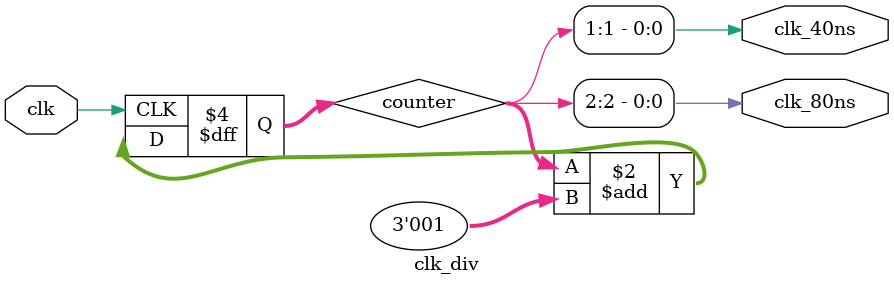
<source format=v>
`timescale 1ns / 1ps
module clk_div(
input clk,
output clk_40ns,
output clk_80ns
    );

reg [2:0] counter = 0;
assign clk_40ns = counter[1];
assign clk_80ns = counter[2]; 
always@(posedge clk)
begin
	counter <= counter + 3'b1;
end

endmodule

</source>
